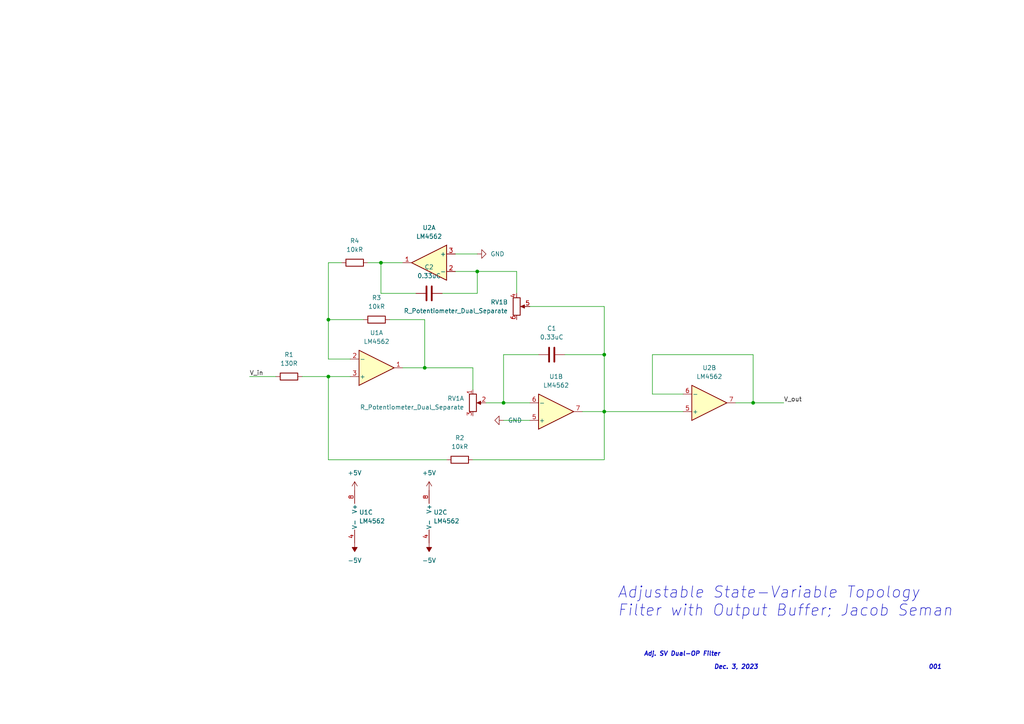
<source format=kicad_sch>
(kicad_sch (version 20211123) (generator eeschema)

  (uuid 1a3552b4-9558-46de-ad6c-fc048aab9447)

  (paper "A4")

  (lib_symbols
    (symbol "Amplifier_Operational:LM4562" (pin_names (offset 0.127)) (in_bom yes) (on_board yes)
      (property "Reference" "U" (id 0) (at 0 5.08 0)
        (effects (font (size 1.27 1.27)) (justify left))
      )
      (property "Value" "LM4562" (id 1) (at 0 -5.08 0)
        (effects (font (size 1.27 1.27)) (justify left))
      )
      (property "Footprint" "" (id 2) (at 0 0 0)
        (effects (font (size 1.27 1.27)) hide)
      )
      (property "Datasheet" "http://www.ti.com/lit/ds/symlink/lm4562.pdf" (id 3) (at 0 0 0)
        (effects (font (size 1.27 1.27)) hide)
      )
      (property "ki_locked" "" (id 4) (at 0 0 0)
        (effects (font (size 1.27 1.27)))
      )
      (property "ki_keywords" "dual opamp" (id 5) (at 0 0 0)
        (effects (font (size 1.27 1.27)) hide)
      )
      (property "ki_description" "Dual High-Performance, High-Fidelity Audio Operational Amplifier, DIP-8/SOIC-8/TO-99-8" (id 6) (at 0 0 0)
        (effects (font (size 1.27 1.27)) hide)
      )
      (property "ki_fp_filters" "SOIC*3.9x4.9mm*P1.27mm* DIP*W7.62mm* TO*99* OnSemi*Micro8* TSSOP*3x3mm*P0.65mm* TSSOP*4.4x3mm*P0.65mm* MSOP*3x3mm*P0.65mm* SSOP*3.9x4.9mm*P0.635mm* LFCSP*2x2mm*P0.5mm* *SIP* SOIC*5.3x6.2mm*P1.27mm*" (id 7) (at 0 0 0)
        (effects (font (size 1.27 1.27)) hide)
      )
      (symbol "LM4562_1_1"
        (polyline
          (pts
            (xy -5.08 5.08)
            (xy 5.08 0)
            (xy -5.08 -5.08)
            (xy -5.08 5.08)
          )
          (stroke (width 0.254) (type default) (color 0 0 0 0))
          (fill (type background))
        )
        (pin output line (at 7.62 0 180) (length 2.54)
          (name "~" (effects (font (size 1.27 1.27))))
          (number "1" (effects (font (size 1.27 1.27))))
        )
        (pin input line (at -7.62 -2.54 0) (length 2.54)
          (name "-" (effects (font (size 1.27 1.27))))
          (number "2" (effects (font (size 1.27 1.27))))
        )
        (pin input line (at -7.62 2.54 0) (length 2.54)
          (name "+" (effects (font (size 1.27 1.27))))
          (number "3" (effects (font (size 1.27 1.27))))
        )
      )
      (symbol "LM4562_2_1"
        (polyline
          (pts
            (xy -5.08 5.08)
            (xy 5.08 0)
            (xy -5.08 -5.08)
            (xy -5.08 5.08)
          )
          (stroke (width 0.254) (type default) (color 0 0 0 0))
          (fill (type background))
        )
        (pin input line (at -7.62 2.54 0) (length 2.54)
          (name "+" (effects (font (size 1.27 1.27))))
          (number "5" (effects (font (size 1.27 1.27))))
        )
        (pin input line (at -7.62 -2.54 0) (length 2.54)
          (name "-" (effects (font (size 1.27 1.27))))
          (number "6" (effects (font (size 1.27 1.27))))
        )
        (pin output line (at 7.62 0 180) (length 2.54)
          (name "~" (effects (font (size 1.27 1.27))))
          (number "7" (effects (font (size 1.27 1.27))))
        )
      )
      (symbol "LM4562_3_1"
        (pin power_in line (at -2.54 -7.62 90) (length 3.81)
          (name "V-" (effects (font (size 1.27 1.27))))
          (number "4" (effects (font (size 1.27 1.27))))
        )
        (pin power_in line (at -2.54 7.62 270) (length 3.81)
          (name "V+" (effects (font (size 1.27 1.27))))
          (number "8" (effects (font (size 1.27 1.27))))
        )
      )
    )
    (symbol "Device:C" (pin_numbers hide) (pin_names (offset 0.254)) (in_bom yes) (on_board yes)
      (property "Reference" "C" (id 0) (at 0.635 2.54 0)
        (effects (font (size 1.27 1.27)) (justify left))
      )
      (property "Value" "C" (id 1) (at 0.635 -2.54 0)
        (effects (font (size 1.27 1.27)) (justify left))
      )
      (property "Footprint" "" (id 2) (at 0.9652 -3.81 0)
        (effects (font (size 1.27 1.27)) hide)
      )
      (property "Datasheet" "~" (id 3) (at 0 0 0)
        (effects (font (size 1.27 1.27)) hide)
      )
      (property "ki_keywords" "cap capacitor" (id 4) (at 0 0 0)
        (effects (font (size 1.27 1.27)) hide)
      )
      (property "ki_description" "Unpolarized capacitor" (id 5) (at 0 0 0)
        (effects (font (size 1.27 1.27)) hide)
      )
      (property "ki_fp_filters" "C_*" (id 6) (at 0 0 0)
        (effects (font (size 1.27 1.27)) hide)
      )
      (symbol "C_0_1"
        (polyline
          (pts
            (xy -2.032 -0.762)
            (xy 2.032 -0.762)
          )
          (stroke (width 0.508) (type default) (color 0 0 0 0))
          (fill (type none))
        )
        (polyline
          (pts
            (xy -2.032 0.762)
            (xy 2.032 0.762)
          )
          (stroke (width 0.508) (type default) (color 0 0 0 0))
          (fill (type none))
        )
      )
      (symbol "C_1_1"
        (pin passive line (at 0 3.81 270) (length 2.794)
          (name "~" (effects (font (size 1.27 1.27))))
          (number "1" (effects (font (size 1.27 1.27))))
        )
        (pin passive line (at 0 -3.81 90) (length 2.794)
          (name "~" (effects (font (size 1.27 1.27))))
          (number "2" (effects (font (size 1.27 1.27))))
        )
      )
    )
    (symbol "Device:R" (pin_numbers hide) (pin_names (offset 0)) (in_bom yes) (on_board yes)
      (property "Reference" "R" (id 0) (at 2.032 0 90)
        (effects (font (size 1.27 1.27)))
      )
      (property "Value" "R" (id 1) (at 0 0 90)
        (effects (font (size 1.27 1.27)))
      )
      (property "Footprint" "" (id 2) (at -1.778 0 90)
        (effects (font (size 1.27 1.27)) hide)
      )
      (property "Datasheet" "~" (id 3) (at 0 0 0)
        (effects (font (size 1.27 1.27)) hide)
      )
      (property "ki_keywords" "R res resistor" (id 4) (at 0 0 0)
        (effects (font (size 1.27 1.27)) hide)
      )
      (property "ki_description" "Resistor" (id 5) (at 0 0 0)
        (effects (font (size 1.27 1.27)) hide)
      )
      (property "ki_fp_filters" "R_*" (id 6) (at 0 0 0)
        (effects (font (size 1.27 1.27)) hide)
      )
      (symbol "R_0_1"
        (rectangle (start -1.016 -2.54) (end 1.016 2.54)
          (stroke (width 0.254) (type default) (color 0 0 0 0))
          (fill (type none))
        )
      )
      (symbol "R_1_1"
        (pin passive line (at 0 3.81 270) (length 1.27)
          (name "~" (effects (font (size 1.27 1.27))))
          (number "1" (effects (font (size 1.27 1.27))))
        )
        (pin passive line (at 0 -3.81 90) (length 1.27)
          (name "~" (effects (font (size 1.27 1.27))))
          (number "2" (effects (font (size 1.27 1.27))))
        )
      )
    )
    (symbol "Device:R_Potentiometer_Dual_Separate" (pin_names (offset 1.016) hide) (in_bom yes) (on_board yes)
      (property "Reference" "RV" (id 0) (at -4.445 0 90)
        (effects (font (size 1.27 1.27)))
      )
      (property "Value" "R_Potentiometer_Dual_Separate" (id 1) (at -2.54 0 90)
        (effects (font (size 1.27 1.27)))
      )
      (property "Footprint" "" (id 2) (at 0 0 0)
        (effects (font (size 1.27 1.27)) hide)
      )
      (property "Datasheet" "~" (id 3) (at 0 0 0)
        (effects (font (size 1.27 1.27)) hide)
      )
      (property "ki_keywords" "resistor variable" (id 4) (at 0 0 0)
        (effects (font (size 1.27 1.27)) hide)
      )
      (property "ki_description" "Dual potentiometer, separate units" (id 5) (at 0 0 0)
        (effects (font (size 1.27 1.27)) hide)
      )
      (property "ki_fp_filters" "Potentiometer*" (id 6) (at 0 0 0)
        (effects (font (size 1.27 1.27)) hide)
      )
      (symbol "R_Potentiometer_Dual_Separate_0_1"
        (polyline
          (pts
            (xy 2.54 0)
            (xy 1.524 0)
          )
          (stroke (width 0) (type default) (color 0 0 0 0))
          (fill (type none))
        )
        (polyline
          (pts
            (xy 1.143 0)
            (xy 2.286 0.508)
            (xy 2.286 -0.508)
            (xy 1.143 0)
          )
          (stroke (width 0) (type default) (color 0 0 0 0))
          (fill (type outline))
        )
        (rectangle (start 1.016 2.54) (end -1.016 -2.54)
          (stroke (width 0.254) (type default) (color 0 0 0 0))
          (fill (type none))
        )
      )
      (symbol "R_Potentiometer_Dual_Separate_1_1"
        (pin passive line (at 0 3.81 270) (length 1.27)
          (name "1" (effects (font (size 1.27 1.27))))
          (number "1" (effects (font (size 1.27 1.27))))
        )
        (pin passive line (at 3.81 0 180) (length 1.27)
          (name "2" (effects (font (size 1.27 1.27))))
          (number "2" (effects (font (size 1.27 1.27))))
        )
        (pin passive line (at 0 -3.81 90) (length 1.27)
          (name "3" (effects (font (size 1.27 1.27))))
          (number "3" (effects (font (size 1.27 1.27))))
        )
      )
      (symbol "R_Potentiometer_Dual_Separate_2_1"
        (pin passive line (at 0 3.81 270) (length 1.27)
          (name "4" (effects (font (size 1.27 1.27))))
          (number "4" (effects (font (size 1.27 1.27))))
        )
        (pin passive line (at 3.81 0 180) (length 1.27)
          (name "5" (effects (font (size 1.27 1.27))))
          (number "5" (effects (font (size 1.27 1.27))))
        )
        (pin passive line (at 0 -3.81 90) (length 1.27)
          (name "6" (effects (font (size 1.27 1.27))))
          (number "6" (effects (font (size 1.27 1.27))))
        )
      )
    )
    (symbol "power:+5V" (power) (pin_names (offset 0)) (in_bom yes) (on_board yes)
      (property "Reference" "#PWR" (id 0) (at 0 -3.81 0)
        (effects (font (size 1.27 1.27)) hide)
      )
      (property "Value" "+5V" (id 1) (at 0 3.556 0)
        (effects (font (size 1.27 1.27)))
      )
      (property "Footprint" "" (id 2) (at 0 0 0)
        (effects (font (size 1.27 1.27)) hide)
      )
      (property "Datasheet" "" (id 3) (at 0 0 0)
        (effects (font (size 1.27 1.27)) hide)
      )
      (property "ki_keywords" "power-flag" (id 4) (at 0 0 0)
        (effects (font (size 1.27 1.27)) hide)
      )
      (property "ki_description" "Power symbol creates a global label with name \"+5V\"" (id 5) (at 0 0 0)
        (effects (font (size 1.27 1.27)) hide)
      )
      (symbol "+5V_0_1"
        (polyline
          (pts
            (xy -0.762 1.27)
            (xy 0 2.54)
          )
          (stroke (width 0) (type default) (color 0 0 0 0))
          (fill (type none))
        )
        (polyline
          (pts
            (xy 0 0)
            (xy 0 2.54)
          )
          (stroke (width 0) (type default) (color 0 0 0 0))
          (fill (type none))
        )
        (polyline
          (pts
            (xy 0 2.54)
            (xy 0.762 1.27)
          )
          (stroke (width 0) (type default) (color 0 0 0 0))
          (fill (type none))
        )
      )
      (symbol "+5V_1_1"
        (pin power_in line (at 0 0 90) (length 0) hide
          (name "+5V" (effects (font (size 1.27 1.27))))
          (number "1" (effects (font (size 1.27 1.27))))
        )
      )
    )
    (symbol "power:-5V" (power) (pin_names (offset 0)) (in_bom yes) (on_board yes)
      (property "Reference" "#PWR" (id 0) (at 0 2.54 0)
        (effects (font (size 1.27 1.27)) hide)
      )
      (property "Value" "-5V" (id 1) (at 0 3.81 0)
        (effects (font (size 1.27 1.27)))
      )
      (property "Footprint" "" (id 2) (at 0 0 0)
        (effects (font (size 1.27 1.27)) hide)
      )
      (property "Datasheet" "" (id 3) (at 0 0 0)
        (effects (font (size 1.27 1.27)) hide)
      )
      (property "ki_keywords" "power-flag" (id 4) (at 0 0 0)
        (effects (font (size 1.27 1.27)) hide)
      )
      (property "ki_description" "Power symbol creates a global label with name \"-5V\"" (id 5) (at 0 0 0)
        (effects (font (size 1.27 1.27)) hide)
      )
      (symbol "-5V_0_0"
        (pin power_in line (at 0 0 90) (length 0) hide
          (name "-5V" (effects (font (size 1.27 1.27))))
          (number "1" (effects (font (size 1.27 1.27))))
        )
      )
      (symbol "-5V_0_1"
        (polyline
          (pts
            (xy 0 0)
            (xy 0 1.27)
            (xy 0.762 1.27)
            (xy 0 2.54)
            (xy -0.762 1.27)
            (xy 0 1.27)
          )
          (stroke (width 0) (type default) (color 0 0 0 0))
          (fill (type outline))
        )
      )
    )
    (symbol "power:GND" (power) (pin_names (offset 0)) (in_bom yes) (on_board yes)
      (property "Reference" "#PWR" (id 0) (at 0 -6.35 0)
        (effects (font (size 1.27 1.27)) hide)
      )
      (property "Value" "GND" (id 1) (at 0 -3.81 0)
        (effects (font (size 1.27 1.27)))
      )
      (property "Footprint" "" (id 2) (at 0 0 0)
        (effects (font (size 1.27 1.27)) hide)
      )
      (property "Datasheet" "" (id 3) (at 0 0 0)
        (effects (font (size 1.27 1.27)) hide)
      )
      (property "ki_keywords" "power-flag" (id 4) (at 0 0 0)
        (effects (font (size 1.27 1.27)) hide)
      )
      (property "ki_description" "Power symbol creates a global label with name \"GND\" , ground" (id 5) (at 0 0 0)
        (effects (font (size 1.27 1.27)) hide)
      )
      (symbol "GND_0_1"
        (polyline
          (pts
            (xy 0 0)
            (xy 0 -1.27)
            (xy 1.27 -1.27)
            (xy 0 -2.54)
            (xy -1.27 -1.27)
            (xy 0 -1.27)
          )
          (stroke (width 0) (type default) (color 0 0 0 0))
          (fill (type none))
        )
      )
      (symbol "GND_1_1"
        (pin power_in line (at 0 0 270) (length 0) hide
          (name "GND" (effects (font (size 1.27 1.27))))
          (number "1" (effects (font (size 1.27 1.27))))
        )
      )
    )
  )

  (junction (at 218.44 116.84) (diameter 0) (color 0 0 0 0)
    (uuid 237bb7e8-9ba8-418c-8d8a-d611a427a63e)
  )
  (junction (at 95.25 92.71) (diameter 0) (color 0 0 0 0)
    (uuid 288bed28-6240-4d54-a2cf-5e051547835a)
  )
  (junction (at 110.49 76.2) (diameter 0) (color 0 0 0 0)
    (uuid 462164ec-86a7-46b8-9980-cd0f2970fdda)
  )
  (junction (at 123.19 106.68) (diameter 0) (color 0 0 0 0)
    (uuid 48e4da6a-c3c9-44a2-8b94-cb1d37f6119e)
  )
  (junction (at 175.26 102.87) (diameter 0) (color 0 0 0 0)
    (uuid a1561839-5a23-4408-828a-c4d2c4e3e7bf)
  )
  (junction (at 175.26 119.38) (diameter 0) (color 0 0 0 0)
    (uuid c662fdee-7ed8-45fe-9e0a-739ea768f532)
  )
  (junction (at 146.05 116.84) (diameter 0) (color 0 0 0 0)
    (uuid d26c939b-c5c6-4b73-b792-8165d1872ee7)
  )
  (junction (at 138.43 78.74) (diameter 0) (color 0 0 0 0)
    (uuid d881bfaf-a227-4e82-b3a9-89787e073ca8)
  )
  (junction (at 95.25 109.22) (diameter 0) (color 0 0 0 0)
    (uuid fa654d0c-0eb5-4752-82d4-ed9f15ccbfc3)
  )

  (wire (pts (xy 101.6 104.14) (xy 95.25 104.14))
    (stroke (width 0) (type default) (color 0 0 0 0))
    (uuid 1acbfaea-cc38-48d6-8267-1568ca2f3184)
  )
  (wire (pts (xy 95.25 109.22) (xy 101.6 109.22))
    (stroke (width 0) (type default) (color 0 0 0 0))
    (uuid 27221995-1e9a-4248-bce1-e5fdeb632c89)
  )
  (wire (pts (xy 110.49 76.2) (xy 106.68 76.2))
    (stroke (width 0) (type default) (color 0 0 0 0))
    (uuid 277900c0-8c27-464d-b489-546abdc6be2b)
  )
  (wire (pts (xy 138.43 78.74) (xy 138.43 85.09))
    (stroke (width 0) (type default) (color 0 0 0 0))
    (uuid 315f4a49-8bba-4b2c-b3a2-d6b5c6bec503)
  )
  (wire (pts (xy 146.05 116.84) (xy 146.05 102.87))
    (stroke (width 0) (type default) (color 0 0 0 0))
    (uuid 34350f4d-2e10-49e4-a443-de394bbeaa00)
  )
  (wire (pts (xy 218.44 116.84) (xy 218.44 102.87))
    (stroke (width 0) (type default) (color 0 0 0 0))
    (uuid 346be758-c810-4fe5-9c3a-78c5a71e3b13)
  )
  (wire (pts (xy 95.25 76.2) (xy 95.25 92.71))
    (stroke (width 0) (type default) (color 0 0 0 0))
    (uuid 3476bcae-145f-4adc-9b65-764f0f64b798)
  )
  (wire (pts (xy 153.67 88.9) (xy 175.26 88.9))
    (stroke (width 0) (type default) (color 0 0 0 0))
    (uuid 351e7ac7-1bbc-4f2c-848e-3c1de8978b77)
  )
  (wire (pts (xy 175.26 119.38) (xy 198.12 119.38))
    (stroke (width 0) (type default) (color 0 0 0 0))
    (uuid 354537ce-2d31-4ba0-b6c9-777d029b6c68)
  )
  (wire (pts (xy 175.26 119.38) (xy 175.26 133.35))
    (stroke (width 0) (type default) (color 0 0 0 0))
    (uuid 3e0081d8-f6a3-4e54-a2bc-4b2d5b84201d)
  )
  (wire (pts (xy 189.23 114.3) (xy 198.12 114.3))
    (stroke (width 0) (type default) (color 0 0 0 0))
    (uuid 3e742bfa-ea21-4ab7-b389-68a37070b41f)
  )
  (wire (pts (xy 95.25 133.35) (xy 95.25 109.22))
    (stroke (width 0) (type default) (color 0 0 0 0))
    (uuid 45b8be2f-501b-4366-a5d8-a6b3a7bbd5cc)
  )
  (wire (pts (xy 116.84 106.68) (xy 123.19 106.68))
    (stroke (width 0) (type default) (color 0 0 0 0))
    (uuid 46daaa86-3f15-4cbc-91ca-cd7f0efbcc7f)
  )
  (wire (pts (xy 189.23 102.87) (xy 189.23 114.3))
    (stroke (width 0) (type default) (color 0 0 0 0))
    (uuid 58f0acf0-4ef4-4b27-8728-6b36ba8b3ca0)
  )
  (wire (pts (xy 129.54 133.35) (xy 95.25 133.35))
    (stroke (width 0) (type default) (color 0 0 0 0))
    (uuid 5f1a4453-f55f-4d47-a884-8e988c65292c)
  )
  (wire (pts (xy 95.25 92.71) (xy 95.25 104.14))
    (stroke (width 0) (type default) (color 0 0 0 0))
    (uuid 64a50dee-63ae-4ecc-b9bc-1444c1ebe195)
  )
  (wire (pts (xy 168.91 119.38) (xy 175.26 119.38))
    (stroke (width 0) (type default) (color 0 0 0 0))
    (uuid 68f34662-21ea-4d18-b6f7-198c6e888609)
  )
  (wire (pts (xy 175.26 102.87) (xy 175.26 119.38))
    (stroke (width 0) (type default) (color 0 0 0 0))
    (uuid 6ab061b6-f217-41dc-bdb4-6a8ae152b9cc)
  )
  (wire (pts (xy 218.44 102.87) (xy 189.23 102.87))
    (stroke (width 0) (type default) (color 0 0 0 0))
    (uuid 6b4f6534-fca0-4e09-8dac-0ac165412f80)
  )
  (wire (pts (xy 110.49 85.09) (xy 110.49 76.2))
    (stroke (width 0) (type default) (color 0 0 0 0))
    (uuid 6eee5186-50e7-44be-92f5-3ca14cc47e45)
  )
  (wire (pts (xy 163.83 102.87) (xy 175.26 102.87))
    (stroke (width 0) (type default) (color 0 0 0 0))
    (uuid 746d871b-4c60-49b5-8dce-8f634182f20a)
  )
  (wire (pts (xy 123.19 92.71) (xy 123.19 106.68))
    (stroke (width 0) (type default) (color 0 0 0 0))
    (uuid 7a757855-9993-4b15-9db2-3b227d3b5680)
  )
  (wire (pts (xy 146.05 116.84) (xy 153.67 116.84))
    (stroke (width 0) (type default) (color 0 0 0 0))
    (uuid 85d03f57-0495-4c36-b725-87cffdb59999)
  )
  (wire (pts (xy 99.06 76.2) (xy 95.25 76.2))
    (stroke (width 0) (type default) (color 0 0 0 0))
    (uuid 94a97cd0-951b-4fac-bb20-3eb92bca4af7)
  )
  (wire (pts (xy 137.16 106.68) (xy 137.16 113.03))
    (stroke (width 0) (type default) (color 0 0 0 0))
    (uuid 983bc6a4-aa1e-4545-8a19-95fa8a4649cb)
  )
  (wire (pts (xy 146.05 102.87) (xy 156.21 102.87))
    (stroke (width 0) (type default) (color 0 0 0 0))
    (uuid 9b39738c-384c-4556-8cd5-62506e843d4d)
  )
  (wire (pts (xy 87.63 109.22) (xy 95.25 109.22))
    (stroke (width 0) (type default) (color 0 0 0 0))
    (uuid 9bf4f1be-e4bb-4293-9dda-2271868f7394)
  )
  (wire (pts (xy 72.39 109.22) (xy 80.01 109.22))
    (stroke (width 0) (type default) (color 0 0 0 0))
    (uuid 9c30729f-60b2-4106-ab1a-fb501969b9b9)
  )
  (wire (pts (xy 95.25 92.71) (xy 105.41 92.71))
    (stroke (width 0) (type default) (color 0 0 0 0))
    (uuid a04c6d23-7445-4140-b7f0-76bd054ed165)
  )
  (wire (pts (xy 218.44 116.84) (xy 227.33 116.84))
    (stroke (width 0) (type default) (color 0 0 0 0))
    (uuid b67175fd-d46f-459f-91f2-7df61627a42e)
  )
  (wire (pts (xy 175.26 133.35) (xy 137.16 133.35))
    (stroke (width 0) (type default) (color 0 0 0 0))
    (uuid b708dac6-74f6-4228-8eb6-13e244684afe)
  )
  (wire (pts (xy 140.97 116.84) (xy 146.05 116.84))
    (stroke (width 0) (type default) (color 0 0 0 0))
    (uuid b96992eb-c7de-485f-b73b-2b633076e24b)
  )
  (wire (pts (xy 146.05 121.92) (xy 153.67 121.92))
    (stroke (width 0) (type default) (color 0 0 0 0))
    (uuid c23b5196-d4a2-4847-a4e5-797330f98002)
  )
  (wire (pts (xy 123.19 106.68) (xy 137.16 106.68))
    (stroke (width 0) (type default) (color 0 0 0 0))
    (uuid c25b63d0-8687-498a-bb1f-593e80fb43ce)
  )
  (wire (pts (xy 113.03 92.71) (xy 123.19 92.71))
    (stroke (width 0) (type default) (color 0 0 0 0))
    (uuid c7c11072-4c60-45e7-8f7d-4c32f42ba793)
  )
  (wire (pts (xy 138.43 85.09) (xy 128.27 85.09))
    (stroke (width 0) (type default) (color 0 0 0 0))
    (uuid c8de3fc6-956d-4c96-bb40-011cead6f20e)
  )
  (wire (pts (xy 213.36 116.84) (xy 218.44 116.84))
    (stroke (width 0) (type default) (color 0 0 0 0))
    (uuid d3e6fdfc-4ad8-4cf0-93db-17b400187223)
  )
  (wire (pts (xy 175.26 88.9) (xy 175.26 102.87))
    (stroke (width 0) (type default) (color 0 0 0 0))
    (uuid d55736ff-4f5c-41c4-9902-2081a189ab04)
  )
  (wire (pts (xy 149.86 78.74) (xy 149.86 85.09))
    (stroke (width 0) (type default) (color 0 0 0 0))
    (uuid dde86d44-bb80-4bf0-bdef-da3fd5d03e94)
  )
  (wire (pts (xy 132.08 73.66) (xy 138.43 73.66))
    (stroke (width 0) (type default) (color 0 0 0 0))
    (uuid e1376c33-7cfa-46af-b6e3-f1669b1ba297)
  )
  (wire (pts (xy 120.65 85.09) (xy 110.49 85.09))
    (stroke (width 0) (type default) (color 0 0 0 0))
    (uuid e17799c9-68ae-4cbb-b456-9882f7fefbe8)
  )
  (wire (pts (xy 138.43 78.74) (xy 149.86 78.74))
    (stroke (width 0) (type default) (color 0 0 0 0))
    (uuid e9553308-5159-4522-bbad-b3bde67922d0)
  )
  (wire (pts (xy 132.08 78.74) (xy 138.43 78.74))
    (stroke (width 0) (type default) (color 0 0 0 0))
    (uuid f61654bf-ffe2-4434-a80d-dac4d6624695)
  )
  (wire (pts (xy 110.49 76.2) (xy 116.84 76.2))
    (stroke (width 0) (type default) (color 0 0 0 0))
    (uuid fa486928-e183-45f4-9fd7-3e1cba02ca2b)
  )

  (text "Dec. 3, 2023" (at 207.01 194.31 0)
    (effects (font (size 1.27 1.27) (thickness 0.254) bold italic) (justify left bottom))
    (uuid 775a899a-1fa7-4254-9abd-390ccf899049)
  )
  (text "Adj. SV Dual-OP Filter" (at 186.69 190.5 0)
    (effects (font (size 1.27 1.27) (thickness 0.254) bold italic) (justify left bottom))
    (uuid ad3c84aa-a329-4c3b-9514-77f638e4d8e7)
  )
  (text "Adjustable State-Variable Topology\nFilter with Output Buffer; Jacob Seman"
    (at 179.07 179.07 0)
    (effects (font (size 3.25 3.25) italic) (justify left bottom))
    (uuid d4254aa0-fd8e-482d-8804-d2e5ceea7555)
  )
  (text "001" (at 269.24 194.31 0)
    (effects (font (size 1.27 1.27) (thickness 0.254) bold italic) (justify left bottom))
    (uuid dc03058b-509c-4ea9-81b2-4aeaedfe007a)
  )

  (label "V_in" (at 72.39 109.22 0)
    (effects (font (size 1.27 1.27)) (justify left bottom))
    (uuid 456646aa-5638-434b-bdc4-9d09cc7c9661)
  )
  (label "V_out" (at 227.33 116.84 0)
    (effects (font (size 1.27 1.27)) (justify left bottom))
    (uuid a0b20db5-d423-485f-b9f6-2902af2f4f23)
  )

  (symbol (lib_id "Device:R") (at 133.35 133.35 90) (unit 1)
    (in_bom yes) (on_board yes) (fields_autoplaced)
    (uuid 03da1ec7-92ec-4e1d-8d1a-29f4376d364f)
    (property "Reference" "R2" (id 0) (at 133.35 127 90))
    (property "Value" "10kR" (id 1) (at 133.35 129.54 90))
    (property "Footprint" "Resistor_THT:R_Axial_DIN0207_L6.3mm_D2.5mm_P2.54mm_Vertical" (id 2) (at 133.35 135.128 90)
      (effects (font (size 1.27 1.27)) hide)
    )
    (property "Datasheet" "~" (id 3) (at 133.35 133.35 0)
      (effects (font (size 1.27 1.27)) hide)
    )
    (pin "1" (uuid b07077d8-e366-45c4-bb07-7b67703a8786))
    (pin "2" (uuid 1981d333-e4aa-4c54-bf3b-8edc0afce89b))
  )

  (symbol (lib_id "Amplifier_Operational:LM4562") (at 127 149.86 0) (unit 3)
    (in_bom yes) (on_board yes) (fields_autoplaced)
    (uuid 0a852e47-f91e-4ae3-9f40-8f6d29be6476)
    (property "Reference" "U2" (id 0) (at 125.73 148.5899 0)
      (effects (font (size 1.27 1.27)) (justify left))
    )
    (property "Value" "LM4562" (id 1) (at 125.73 151.1299 0)
      (effects (font (size 1.27 1.27)) (justify left))
    )
    (property "Footprint" "Package_DIP:DIP-8_W7.62mm" (id 2) (at 127 149.86 0)
      (effects (font (size 1.27 1.27)) hide)
    )
    (property "Datasheet" "http://www.ti.com/lit/ds/symlink/lm4562.pdf" (id 3) (at 127 149.86 0)
      (effects (font (size 1.27 1.27)) hide)
    )
    (pin "1" (uuid 6e4e4f12-d768-4b2c-8bbf-da357876b798))
    (pin "2" (uuid cef84f16-efe4-4099-a558-ce729374f8a6))
    (pin "3" (uuid 0ef64e9a-1292-4210-a947-8424ad548f4a))
    (pin "5" (uuid 151aad9a-513d-4590-8794-28812aceb0d7))
    (pin "6" (uuid 2d5c7953-d3e3-4321-a25c-d315f6c11c55))
    (pin "7" (uuid 4b26285d-5495-47aa-8bf9-265fec0b73fe))
    (pin "4" (uuid 991c150e-ee6a-4e6d-9db3-2449f08e8ccc))
    (pin "8" (uuid 545ce6ee-4840-42cd-8404-766164fe2494))
  )

  (symbol (lib_id "Device:R") (at 83.82 109.22 90) (unit 1)
    (in_bom yes) (on_board yes) (fields_autoplaced)
    (uuid 0bd5a195-fb64-475f-8bb9-53def51f2199)
    (property "Reference" "R1" (id 0) (at 83.82 102.87 90))
    (property "Value" "130R" (id 1) (at 83.82 105.41 90))
    (property "Footprint" "Resistor_THT:R_Axial_DIN0207_L6.3mm_D2.5mm_P2.54mm_Vertical" (id 2) (at 83.82 110.998 90)
      (effects (font (size 1.27 1.27)) hide)
    )
    (property "Datasheet" "~" (id 3) (at 83.82 109.22 0)
      (effects (font (size 1.27 1.27)) hide)
    )
    (pin "1" (uuid 0fcdf594-ae5a-4fdf-8540-387bd7d976e5))
    (pin "2" (uuid d25232f5-87b6-474f-b2e6-ed871c45a58c))
  )

  (symbol (lib_id "Device:C") (at 124.46 85.09 90) (unit 1)
    (in_bom yes) (on_board yes) (fields_autoplaced)
    (uuid 0d0e64f7-438c-4667-ae37-effc6b78b6ea)
    (property "Reference" "C2" (id 0) (at 124.46 77.47 90))
    (property "Value" "0.33uC" (id 1) (at 124.46 80.01 90))
    (property "Footprint" "Capacitor_THT:C_Disc_D5.0mm_W2.5mm_P2.50mm" (id 2) (at 128.27 84.1248 0)
      (effects (font (size 1.27 1.27)) hide)
    )
    (property "Datasheet" "~" (id 3) (at 124.46 85.09 0)
      (effects (font (size 1.27 1.27)) hide)
    )
    (pin "1" (uuid b75a1c10-6afa-49bc-9a4d-2f402c6e356d))
    (pin "2" (uuid bde14188-3479-47ed-a0f5-b1df73b99ee3))
  )

  (symbol (lib_id "Amplifier_Operational:LM4562") (at 161.29 119.38 0) (mirror x) (unit 2)
    (in_bom yes) (on_board yes) (fields_autoplaced)
    (uuid 108a2d14-c8c0-4db1-856b-b8212c04a73c)
    (property "Reference" "U1" (id 0) (at 161.29 109.22 0))
    (property "Value" "LM4562" (id 1) (at 161.29 111.76 0))
    (property "Footprint" "Package_DIP:DIP-8_W7.62mm" (id 2) (at 161.29 119.38 0)
      (effects (font (size 1.27 1.27)) hide)
    )
    (property "Datasheet" "http://www.ti.com/lit/ds/symlink/lm4562.pdf" (id 3) (at 161.29 119.38 0)
      (effects (font (size 1.27 1.27)) hide)
    )
    (pin "1" (uuid 994a3e6c-09e1-4cc9-b0a3-c8b161a41714))
    (pin "2" (uuid e19e9aca-8da8-4a99-ae97-9874b5110eef))
    (pin "3" (uuid 486107b0-8b4e-45b6-be6e-48420f6ee315))
    (pin "5" (uuid 24d2ce8e-97b4-47e6-845a-ae908bcf464e))
    (pin "6" (uuid 10e7e486-68a3-40ba-9686-300539f09766))
    (pin "7" (uuid 8bcbadbe-c2ce-48bb-85b8-a3f0a77b6d75))
    (pin "4" (uuid 2434585c-09f7-4a76-9f4b-7ca10606b6ff))
    (pin "8" (uuid 73bcc60e-3cb7-4b92-9762-ac55a42c7488))
  )

  (symbol (lib_id "Device:R") (at 109.22 92.71 90) (unit 1)
    (in_bom yes) (on_board yes) (fields_autoplaced)
    (uuid 13dd9e8c-bd9c-4626-8469-b33c627cec9e)
    (property "Reference" "R3" (id 0) (at 109.22 86.36 90))
    (property "Value" "10kR" (id 1) (at 109.22 88.9 90))
    (property "Footprint" "Resistor_THT:R_Axial_DIN0207_L6.3mm_D2.5mm_P2.54mm_Vertical" (id 2) (at 109.22 94.488 90)
      (effects (font (size 1.27 1.27)) hide)
    )
    (property "Datasheet" "~" (id 3) (at 109.22 92.71 0)
      (effects (font (size 1.27 1.27)) hide)
    )
    (pin "1" (uuid 29b786f1-0b09-482c-b8d0-abe95bb3349a))
    (pin "2" (uuid bbd91d08-b340-4f25-95ce-c03aba90376f))
  )

  (symbol (lib_id "Device:R") (at 102.87 76.2 90) (unit 1)
    (in_bom yes) (on_board yes) (fields_autoplaced)
    (uuid 1fa94741-6e3a-4b63-b9b2-78272f37aa73)
    (property "Reference" "R4" (id 0) (at 102.87 69.85 90))
    (property "Value" "10kR" (id 1) (at 102.87 72.39 90))
    (property "Footprint" "Resistor_THT:R_Axial_DIN0207_L6.3mm_D2.5mm_P2.54mm_Vertical" (id 2) (at 102.87 77.978 90)
      (effects (font (size 1.27 1.27)) hide)
    )
    (property "Datasheet" "~" (id 3) (at 102.87 76.2 0)
      (effects (font (size 1.27 1.27)) hide)
    )
    (pin "1" (uuid 4547a659-ada1-4344-9a5d-6a542a07339c))
    (pin "2" (uuid 4444a9af-d088-4567-bf57-3392e9dbb409))
  )

  (symbol (lib_id "power:+5V") (at 102.87 142.24 0) (unit 1)
    (in_bom yes) (on_board yes) (fields_autoplaced)
    (uuid 2bf5b8e3-44d9-40e6-be87-5ea835212daf)
    (property "Reference" "#PWR0103" (id 0) (at 102.87 146.05 0)
      (effects (font (size 1.27 1.27)) hide)
    )
    (property "Value" "+5V" (id 1) (at 102.87 137.16 0))
    (property "Footprint" "" (id 2) (at 102.87 142.24 0)
      (effects (font (size 1.27 1.27)) hide)
    )
    (property "Datasheet" "" (id 3) (at 102.87 142.24 0)
      (effects (font (size 1.27 1.27)) hide)
    )
    (pin "1" (uuid d7ba773f-cc84-4863-b6fb-46ef816b359f))
  )

  (symbol (lib_id "Device:C") (at 160.02 102.87 90) (unit 1)
    (in_bom yes) (on_board yes) (fields_autoplaced)
    (uuid 3c11118c-2673-491e-9e44-fd0ecdd5140b)
    (property "Reference" "C1" (id 0) (at 160.02 95.25 90))
    (property "Value" "0.33uC" (id 1) (at 160.02 97.79 90))
    (property "Footprint" "Capacitor_THT:C_Disc_D5.0mm_W2.5mm_P2.50mm" (id 2) (at 163.83 101.9048 0)
      (effects (font (size 1.27 1.27)) hide)
    )
    (property "Datasheet" "~" (id 3) (at 160.02 102.87 0)
      (effects (font (size 1.27 1.27)) hide)
    )
    (pin "1" (uuid a3da51e8-4bce-4ce3-beaa-7100210d1259))
    (pin "2" (uuid bc692ffd-f797-408b-a305-727664ba5bd1))
  )

  (symbol (lib_id "Device:R_Potentiometer_Dual_Separate") (at 149.86 88.9 0) (unit 2)
    (in_bom yes) (on_board yes) (fields_autoplaced)
    (uuid 533f8d88-1d46-48c0-8c48-de5653d69698)
    (property "Reference" "RV1" (id 0) (at 147.32 87.6299 0)
      (effects (font (size 1.27 1.27)) (justify right))
    )
    (property "Value" "R_Potentiometer_Dual_Separate" (id 1) (at 147.32 90.1699 0)
      (effects (font (size 1.27 1.27)) (justify right))
    )
    (property "Footprint" "Potentiometer_THT:Potentiometer_Alps_RK097_Dual_Horizontal" (id 2) (at 149.86 88.9 0)
      (effects (font (size 1.27 1.27)) hide)
    )
    (property "Datasheet" "~" (id 3) (at 149.86 88.9 0)
      (effects (font (size 1.27 1.27)) hide)
    )
    (pin "1" (uuid 213386ff-f3f0-4c09-ba24-1723f9dda17e))
    (pin "2" (uuid 924daf7f-fffb-4eeb-8c11-b8156fb24375))
    (pin "3" (uuid 038b6dbe-bd91-435b-bd10-df3a0da93580))
    (pin "4" (uuid e44b9b10-142f-4990-a554-553591e49d38))
    (pin "5" (uuid 9defe719-33ae-4d99-bb0c-b557302078b6))
    (pin "6" (uuid e03bc61b-00ae-4b26-adc0-b4195c3f13e4))
  )

  (symbol (lib_id "power:GND") (at 146.05 121.92 270) (unit 1)
    (in_bom yes) (on_board yes) (fields_autoplaced)
    (uuid 601a945a-c85b-4c28-beb9-2d36aa7bfdae)
    (property "Reference" "#PWR0102" (id 0) (at 139.7 121.92 0)
      (effects (font (size 1.27 1.27)) hide)
    )
    (property "Value" "GND" (id 1) (at 147.32 121.9199 90)
      (effects (font (size 1.27 1.27)) (justify left))
    )
    (property "Footprint" "" (id 2) (at 146.05 121.92 0)
      (effects (font (size 1.27 1.27)) hide)
    )
    (property "Datasheet" "" (id 3) (at 146.05 121.92 0)
      (effects (font (size 1.27 1.27)) hide)
    )
    (pin "1" (uuid 1d500a07-bb2c-483d-a0a3-8f3e200bcb33))
  )

  (symbol (lib_id "Amplifier_Operational:LM4562") (at 105.41 149.86 0) (unit 3)
    (in_bom yes) (on_board yes) (fields_autoplaced)
    (uuid 67c98512-aca6-4e8b-9780-f893c1046381)
    (property "Reference" "U1" (id 0) (at 104.14 148.5899 0)
      (effects (font (size 1.27 1.27)) (justify left))
    )
    (property "Value" "LM4562" (id 1) (at 104.14 151.1299 0)
      (effects (font (size 1.27 1.27)) (justify left))
    )
    (property "Footprint" "Package_DIP:DIP-8_W7.62mm" (id 2) (at 105.41 149.86 0)
      (effects (font (size 1.27 1.27)) hide)
    )
    (property "Datasheet" "http://www.ti.com/lit/ds/symlink/lm4562.pdf" (id 3) (at 105.41 149.86 0)
      (effects (font (size 1.27 1.27)) hide)
    )
    (pin "1" (uuid 3805e924-7b86-4668-b0bc-67132414b2c2))
    (pin "2" (uuid 3d5f092d-a3a1-4c96-9686-3509f008c6d5))
    (pin "3" (uuid a4d60141-3754-44c2-876d-351dddb76fb4))
    (pin "5" (uuid af4529b3-8ff7-4585-a029-652ac93c0f94))
    (pin "6" (uuid a650d8d1-02eb-4e9b-8758-b9ec4953c76c))
    (pin "7" (uuid 80fb7f17-0240-49b1-855f-a548d5e88783))
    (pin "4" (uuid 9278d821-0619-4204-8dbc-22e966080b6e))
    (pin "8" (uuid ad77106a-d947-4fd7-b22a-867f553e9f93))
  )

  (symbol (lib_id "Amplifier_Operational:LM4562") (at 205.74 116.84 0) (mirror x) (unit 2)
    (in_bom yes) (on_board yes) (fields_autoplaced)
    (uuid 6bcff1ce-3364-4516-96a4-061d48c7cd1e)
    (property "Reference" "U2" (id 0) (at 205.74 106.68 0))
    (property "Value" "LM4562" (id 1) (at 205.74 109.22 0))
    (property "Footprint" "Package_DIP:DIP-8_W7.62mm" (id 2) (at 205.74 116.84 0)
      (effects (font (size 1.27 1.27)) hide)
    )
    (property "Datasheet" "http://www.ti.com/lit/ds/symlink/lm4562.pdf" (id 3) (at 205.74 116.84 0)
      (effects (font (size 1.27 1.27)) hide)
    )
    (pin "1" (uuid a1c8712a-4bea-4538-a255-b1f150f76991))
    (pin "2" (uuid e6ad1e7f-4e1d-452c-ae4e-e55e33e6f988))
    (pin "3" (uuid 8f4dee21-2494-4652-be48-549383f57131))
    (pin "5" (uuid 99ac027c-3715-487f-81a1-2da1c901b12e))
    (pin "6" (uuid 60143144-e4e6-4ab2-ac28-8098e9071f39))
    (pin "7" (uuid 092ab3e3-83aa-4611-9e2e-c944fe7f9be1))
    (pin "4" (uuid cb4d43c5-92cf-4c57-9715-88f63fccb0fd))
    (pin "8" (uuid 7f8bdccf-01a5-4e37-8c93-9476a49a0296))
  )

  (symbol (lib_id "power:+5V") (at 124.46 142.24 0) (unit 1)
    (in_bom yes) (on_board yes) (fields_autoplaced)
    (uuid 8e99808f-9452-4bec-ba3b-addb95573f74)
    (property "Reference" "#PWR0104" (id 0) (at 124.46 146.05 0)
      (effects (font (size 1.27 1.27)) hide)
    )
    (property "Value" "+5V" (id 1) (at 124.46 137.16 0))
    (property "Footprint" "" (id 2) (at 124.46 142.24 0)
      (effects (font (size 1.27 1.27)) hide)
    )
    (property "Datasheet" "" (id 3) (at 124.46 142.24 0)
      (effects (font (size 1.27 1.27)) hide)
    )
    (pin "1" (uuid 0e159b59-0ffa-462b-8bc4-a965d920fd9e))
  )

  (symbol (lib_id "Amplifier_Operational:LM4562") (at 109.22 106.68 0) (mirror x) (unit 1)
    (in_bom yes) (on_board yes) (fields_autoplaced)
    (uuid 90cfa2c8-b56f-4ca7-a3c8-0fe397497bda)
    (property "Reference" "U1" (id 0) (at 109.22 96.52 0))
    (property "Value" "LM4562" (id 1) (at 109.22 99.06 0))
    (property "Footprint" "Package_DIP:DIP-8_W7.62mm" (id 2) (at 109.22 106.68 0)
      (effects (font (size 1.27 1.27)) hide)
    )
    (property "Datasheet" "http://www.ti.com/lit/ds/symlink/lm4562.pdf" (id 3) (at 109.22 106.68 0)
      (effects (font (size 1.27 1.27)) hide)
    )
    (pin "1" (uuid 527cf4cc-c7c1-4f12-b483-c453443f329b))
    (pin "2" (uuid e07c87fc-7bc1-4167-bb63-d4c9e60aec92))
    (pin "3" (uuid 051717cd-e637-4452-a68b-b965d04c8220))
    (pin "5" (uuid c6685c07-9d73-4fc4-ab4c-de743305c2c7))
    (pin "6" (uuid c62449f5-9248-42f5-902a-311202606587))
    (pin "7" (uuid f6653c27-aafd-4c4e-accf-3e0a3264e365))
    (pin "4" (uuid 4d9938a3-63fb-4e48-add3-bde3d71d83bc))
    (pin "8" (uuid 238086ff-371f-445b-b8b4-f5d96709ee9a))
  )

  (symbol (lib_id "Device:R_Potentiometer_Dual_Separate") (at 137.16 116.84 0) (unit 1)
    (in_bom yes) (on_board yes) (fields_autoplaced)
    (uuid 9c870408-a130-4172-9447-b54cb2625f2d)
    (property "Reference" "RV1" (id 0) (at 134.62 115.5699 0)
      (effects (font (size 1.27 1.27)) (justify right))
    )
    (property "Value" "R_Potentiometer_Dual_Separate" (id 1) (at 134.62 118.1099 0)
      (effects (font (size 1.27 1.27)) (justify right))
    )
    (property "Footprint" "Potentiometer_THT:Potentiometer_Alps_RK097_Dual_Horizontal" (id 2) (at 137.16 116.84 0)
      (effects (font (size 1.27 1.27)) hide)
    )
    (property "Datasheet" "~" (id 3) (at 137.16 116.84 0)
      (effects (font (size 1.27 1.27)) hide)
    )
    (pin "1" (uuid c9408f5e-5ae4-47a5-bc3e-a6bffd0e91fa))
    (pin "2" (uuid 6021f3ab-e5d0-4582-bdbe-5162b9aa7c22))
    (pin "3" (uuid 6d4e5031-2a73-48b6-bc08-14bdbba6bbf6))
    (pin "4" (uuid 5cf9744f-c96c-4f42-982a-afdfd7dd9dd0))
    (pin "5" (uuid 1a98faca-c25c-446b-8556-106fc5e239c1))
    (pin "6" (uuid 16499997-66e2-42a8-8e78-e58896adb506))
  )

  (symbol (lib_id "power:-5V") (at 124.46 157.48 180) (unit 1)
    (in_bom yes) (on_board yes) (fields_autoplaced)
    (uuid a6253405-cbd8-4562-88af-bf194db7c15e)
    (property "Reference" "#PWR0106" (id 0) (at 124.46 160.02 0)
      (effects (font (size 1.27 1.27)) hide)
    )
    (property "Value" "-5V" (id 1) (at 124.46 162.56 0))
    (property "Footprint" "" (id 2) (at 124.46 157.48 0)
      (effects (font (size 1.27 1.27)) hide)
    )
    (property "Datasheet" "" (id 3) (at 124.46 157.48 0)
      (effects (font (size 1.27 1.27)) hide)
    )
    (pin "1" (uuid 19a0bba4-e10a-40d4-825c-b5d9014a5235))
  )

  (symbol (lib_id "power:-5V") (at 102.87 157.48 180) (unit 1)
    (in_bom yes) (on_board yes) (fields_autoplaced)
    (uuid b0c9968e-de4c-466d-b031-b6884bf85db4)
    (property "Reference" "#PWR0105" (id 0) (at 102.87 160.02 0)
      (effects (font (size 1.27 1.27)) hide)
    )
    (property "Value" "-5V" (id 1) (at 102.87 162.56 0))
    (property "Footprint" "" (id 2) (at 102.87 157.48 0)
      (effects (font (size 1.27 1.27)) hide)
    )
    (property "Datasheet" "" (id 3) (at 102.87 157.48 0)
      (effects (font (size 1.27 1.27)) hide)
    )
    (pin "1" (uuid 27e5ae75-7a60-489a-aa49-1a5bac492677))
  )

  (symbol (lib_id "Amplifier_Operational:LM4562") (at 124.46 76.2 0) (mirror y) (unit 1)
    (in_bom yes) (on_board yes) (fields_autoplaced)
    (uuid be4e7dcc-598e-41a8-988f-bbbaccc7731e)
    (property "Reference" "U2" (id 0) (at 124.46 66.04 0))
    (property "Value" "LM4562" (id 1) (at 124.46 68.58 0))
    (property "Footprint" "Package_DIP:DIP-8_W7.62mm" (id 2) (at 124.46 76.2 0)
      (effects (font (size 1.27 1.27)) hide)
    )
    (property "Datasheet" "http://www.ti.com/lit/ds/symlink/lm4562.pdf" (id 3) (at 124.46 76.2 0)
      (effects (font (size 1.27 1.27)) hide)
    )
    (pin "1" (uuid 03d9d0ea-6813-4166-88a3-6c8c87c4f48d))
    (pin "2" (uuid cee249b8-afff-4987-bcbc-8bbbe5ee1083))
    (pin "3" (uuid 52ef7019-9cce-4ab9-b8a9-a2138519d474))
    (pin "5" (uuid fe53e1fc-2100-421c-b2a7-e3a51d32e005))
    (pin "6" (uuid 19d31d1d-ed29-41d7-b67d-1727e0b6e37a))
    (pin "7" (uuid 245ecdec-6287-4a92-b1ec-0c2f1aa38beb))
    (pin "4" (uuid 7e64ba38-13fc-4df4-b091-fd8948b7b724))
    (pin "8" (uuid f3f345c2-c56c-47ff-a637-ee83b8e2229c))
  )

  (symbol (lib_id "power:GND") (at 138.43 73.66 90) (unit 1)
    (in_bom yes) (on_board yes) (fields_autoplaced)
    (uuid cff8085f-0658-4abd-b3e4-adefe09ff8e1)
    (property "Reference" "#PWR0101" (id 0) (at 144.78 73.66 0)
      (effects (font (size 1.27 1.27)) hide)
    )
    (property "Value" "GND" (id 1) (at 142.24 73.6599 90)
      (effects (font (size 1.27 1.27)) (justify right))
    )
    (property "Footprint" "" (id 2) (at 138.43 73.66 0)
      (effects (font (size 1.27 1.27)) hide)
    )
    (property "Datasheet" "" (id 3) (at 138.43 73.66 0)
      (effects (font (size 1.27 1.27)) hide)
    )
    (pin "1" (uuid 82ebe85b-b002-4a5c-a3d5-48ba2afc6d8a))
  )

  (sheet_instances
    (path "/" (page "1"))
  )

  (symbol_instances
    (path "/cff8085f-0658-4abd-b3e4-adefe09ff8e1"
      (reference "#PWR0101") (unit 1) (value "GND") (footprint "")
    )
    (path "/601a945a-c85b-4c28-beb9-2d36aa7bfdae"
      (reference "#PWR0102") (unit 1) (value "GND") (footprint "")
    )
    (path "/2bf5b8e3-44d9-40e6-be87-5ea835212daf"
      (reference "#PWR0103") (unit 1) (value "+5V") (footprint "")
    )
    (path "/8e99808f-9452-4bec-ba3b-addb95573f74"
      (reference "#PWR0104") (unit 1) (value "+5V") (footprint "")
    )
    (path "/b0c9968e-de4c-466d-b031-b6884bf85db4"
      (reference "#PWR0105") (unit 1) (value "-5V") (footprint "")
    )
    (path "/a6253405-cbd8-4562-88af-bf194db7c15e"
      (reference "#PWR0106") (unit 1) (value "-5V") (footprint "")
    )
    (path "/3c11118c-2673-491e-9e44-fd0ecdd5140b"
      (reference "C1") (unit 1) (value "0.33uC") (footprint "Capacitor_THT:C_Disc_D5.0mm_W2.5mm_P2.50mm")
    )
    (path "/0d0e64f7-438c-4667-ae37-effc6b78b6ea"
      (reference "C2") (unit 1) (value "0.33uC") (footprint "Capacitor_THT:C_Disc_D5.0mm_W2.5mm_P2.50mm")
    )
    (path "/0bd5a195-fb64-475f-8bb9-53def51f2199"
      (reference "R1") (unit 1) (value "130R") (footprint "Resistor_THT:R_Axial_DIN0207_L6.3mm_D2.5mm_P2.54mm_Vertical")
    )
    (path "/03da1ec7-92ec-4e1d-8d1a-29f4376d364f"
      (reference "R2") (unit 1) (value "10kR") (footprint "Resistor_THT:R_Axial_DIN0207_L6.3mm_D2.5mm_P2.54mm_Vertical")
    )
    (path "/13dd9e8c-bd9c-4626-8469-b33c627cec9e"
      (reference "R3") (unit 1) (value "10kR") (footprint "Resistor_THT:R_Axial_DIN0207_L6.3mm_D2.5mm_P2.54mm_Vertical")
    )
    (path "/1fa94741-6e3a-4b63-b9b2-78272f37aa73"
      (reference "R4") (unit 1) (value "10kR") (footprint "Resistor_THT:R_Axial_DIN0207_L6.3mm_D2.5mm_P2.54mm_Vertical")
    )
    (path "/9c870408-a130-4172-9447-b54cb2625f2d"
      (reference "RV1") (unit 1) (value "R_Potentiometer_Dual_Separate") (footprint "Potentiometer_THT:Potentiometer_Alps_RK097_Dual_Horizontal")
    )
    (path "/533f8d88-1d46-48c0-8c48-de5653d69698"
      (reference "RV1") (unit 2) (value "R_Potentiometer_Dual_Separate") (footprint "Potentiometer_THT:Potentiometer_Alps_RK097_Dual_Horizontal")
    )
    (path "/90cfa2c8-b56f-4ca7-a3c8-0fe397497bda"
      (reference "U1") (unit 1) (value "LM4562") (footprint "Package_DIP:DIP-8_W7.62mm")
    )
    (path "/108a2d14-c8c0-4db1-856b-b8212c04a73c"
      (reference "U1") (unit 2) (value "LM4562") (footprint "Package_DIP:DIP-8_W7.62mm")
    )
    (path "/67c98512-aca6-4e8b-9780-f893c1046381"
      (reference "U1") (unit 3) (value "LM4562") (footprint "Package_DIP:DIP-8_W7.62mm")
    )
    (path "/be4e7dcc-598e-41a8-988f-bbbaccc7731e"
      (reference "U2") (unit 1) (value "LM4562") (footprint "Package_DIP:DIP-8_W7.62mm")
    )
    (path "/6bcff1ce-3364-4516-96a4-061d48c7cd1e"
      (reference "U2") (unit 2) (value "LM4562") (footprint "Package_DIP:DIP-8_W7.62mm")
    )
    (path "/0a852e47-f91e-4ae3-9f40-8f6d29be6476"
      (reference "U2") (unit 3) (value "LM4562") (footprint "Package_DIP:DIP-8_W7.62mm")
    )
  )
)

</source>
